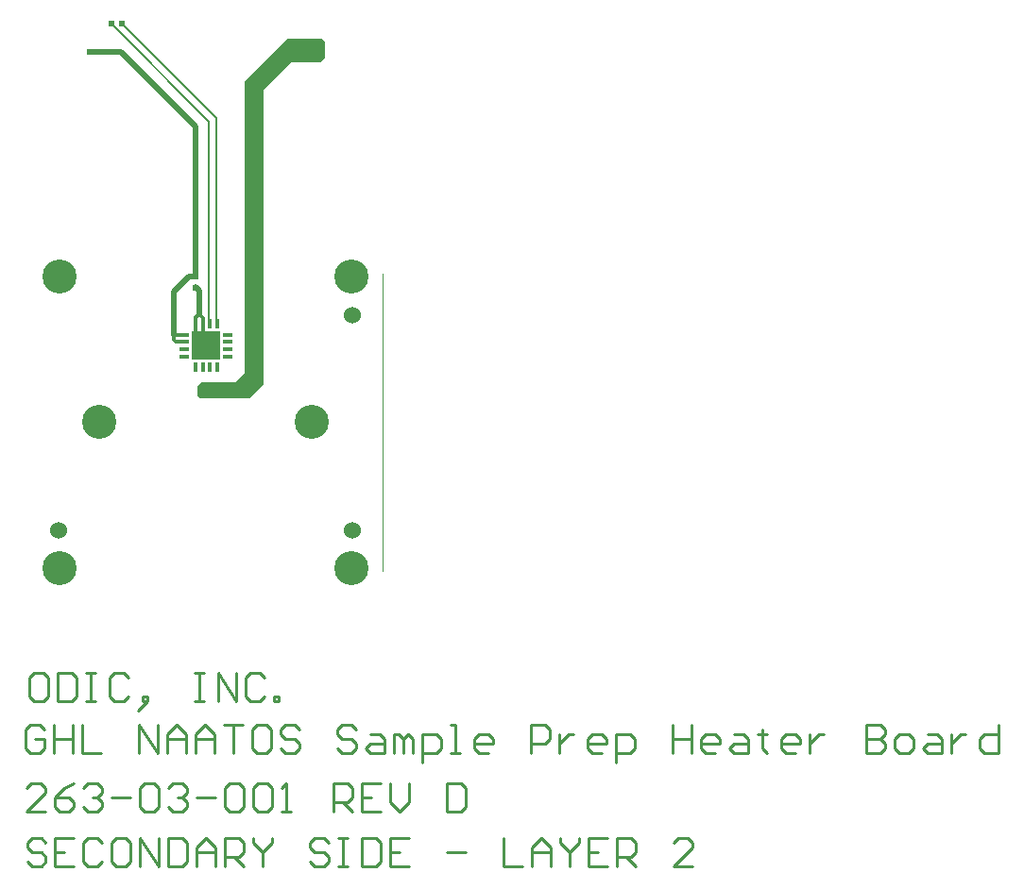
<source format=gbl>
G04*
G04 #@! TF.GenerationSoftware,Altium Limited,Altium Designer,24.9.1 (31)*
G04*
G04 Layer_Physical_Order=2*
G04 Layer_Color=16711680*
%FSLAX44Y44*%
%MOMM*%
G71*
G04*
G04 #@! TF.SameCoordinates,8DF27061-4A41-470E-9062-B82E270B293B*
G04*
G04*
G04 #@! TF.FilePolarity,Positive*
G04*
G01*
G75*
%ADD11C,0.2540*%
%ADD13C,0.0127*%
%ADD20C,1.5240*%
%ADD21C,0.2032*%
%ADD23C,3.0480*%
%ADD24C,0.6100*%
%ADD25C,0.6096*%
%ADD26R,0.3556X0.8128*%
%ADD27R,0.8128X0.3556*%
%ADD28R,2.5908X2.5908*%
%ADD29R,0.6000X0.6000*%
%ADD30C,0.5000*%
%ADD31C,0.3000*%
%ADD32C,0.3048*%
G36*
X266000Y500200D02*
Y486000D01*
X262000Y482000D01*
X236000D01*
X211000Y457000D01*
Y193000D01*
X198000Y180000D01*
X154000D01*
X151000Y183000D01*
X151000Y191000D01*
X155000Y195000D01*
X186000Y195000D01*
X194000Y203000D01*
Y464613D01*
X232387Y503000D01*
X263200D01*
X266000Y500200D01*
D02*
G37*
D11*
X15468Y-218570D02*
X11236Y-214338D01*
X2772D01*
X-1460Y-218570D01*
Y-222802D01*
X2772Y-227034D01*
X11236D01*
X15468Y-231266D01*
Y-235498D01*
X11236Y-239730D01*
X2772D01*
X-1460Y-235498D01*
X40860Y-214338D02*
X23932D01*
Y-239730D01*
X40860D01*
X23932Y-227034D02*
X32396D01*
X66252Y-218570D02*
X62020Y-214338D01*
X53556D01*
X49324Y-218570D01*
Y-235498D01*
X53556Y-239730D01*
X62020D01*
X66252Y-235498D01*
X87411Y-214338D02*
X78947D01*
X74715Y-218570D01*
Y-235498D01*
X78947Y-239730D01*
X87411D01*
X91643Y-235498D01*
Y-218570D01*
X87411Y-214338D01*
X100107Y-239730D02*
Y-214338D01*
X117035Y-239730D01*
Y-214338D01*
X125499D02*
Y-239730D01*
X138195D01*
X142427Y-235498D01*
Y-218570D01*
X138195Y-214338D01*
X125499D01*
X150891Y-239730D02*
Y-222802D01*
X159355Y-214338D01*
X167819Y-222802D01*
Y-239730D01*
Y-227034D01*
X150891D01*
X176283Y-239730D02*
Y-214338D01*
X188979D01*
X193210Y-218570D01*
Y-227034D01*
X188979Y-231266D01*
X176283D01*
X184746D02*
X193210Y-239730D01*
X201674Y-214338D02*
Y-218570D01*
X210138Y-227034D01*
X218602Y-218570D01*
Y-214338D01*
X210138Y-227034D02*
Y-239730D01*
X269386Y-218570D02*
X265154Y-214338D01*
X256690D01*
X252458Y-218570D01*
Y-222802D01*
X256690Y-227034D01*
X265154D01*
X269386Y-231266D01*
Y-235498D01*
X265154Y-239730D01*
X256690D01*
X252458Y-235498D01*
X277850Y-214338D02*
X286314D01*
X282082D01*
Y-239730D01*
X277850D01*
X286314D01*
X299010Y-214338D02*
Y-239730D01*
X311705D01*
X315937Y-235498D01*
Y-218570D01*
X311705Y-214338D01*
X299010D01*
X341329D02*
X324401D01*
Y-239730D01*
X341329D01*
X324401Y-227034D02*
X332865D01*
X375185D02*
X392113D01*
X425969Y-214338D02*
Y-239730D01*
X442896D01*
X451360D02*
Y-222802D01*
X459824Y-214338D01*
X468288Y-222802D01*
Y-239730D01*
Y-227034D01*
X451360D01*
X476752Y-214338D02*
Y-218570D01*
X485216Y-227034D01*
X493680Y-218570D01*
Y-214338D01*
X485216Y-227034D02*
Y-239730D01*
X519072Y-214338D02*
X502144D01*
Y-239730D01*
X519072D01*
X502144Y-227034D02*
X510608D01*
X527536Y-239730D02*
Y-214338D01*
X540232D01*
X544464Y-218570D01*
Y-227034D01*
X540232Y-231266D01*
X527536D01*
X536000D02*
X544464Y-239730D01*
X595247D02*
X578319D01*
X595247Y-222802D01*
Y-218570D01*
X591015Y-214338D01*
X582551D01*
X578319Y-218570D01*
X12982Y-65749D02*
X4518D01*
X287Y-69981D01*
Y-86909D01*
X4518Y-91141D01*
X12982D01*
X17214Y-86909D01*
Y-69981D01*
X12982Y-65749D01*
X25678D02*
Y-91141D01*
X38374D01*
X42606Y-86909D01*
Y-69981D01*
X38374Y-65749D01*
X25678D01*
X51070D02*
X59534D01*
X55302D01*
Y-91141D01*
X51070D01*
X59534D01*
X89158Y-69981D02*
X84926Y-65749D01*
X76462D01*
X72230Y-69981D01*
Y-86909D01*
X76462Y-91141D01*
X84926D01*
X89158Y-86909D01*
X101854Y-95372D02*
X106086Y-91141D01*
Y-86909D01*
X101854D01*
Y-91141D01*
X106086D01*
X101854Y-95372D01*
X97622Y-99605D01*
X148405Y-65749D02*
X156869D01*
X152637D01*
Y-91141D01*
X148405D01*
X156869D01*
X169565D02*
Y-65749D01*
X186493Y-91141D01*
Y-65749D01*
X211885Y-69981D02*
X207653Y-65749D01*
X199189D01*
X194957Y-69981D01*
Y-86909D01*
X199189Y-91141D01*
X207653D01*
X211885Y-86909D01*
X220349Y-91141D02*
Y-86909D01*
X224581D01*
Y-91141D01*
X220349D01*
X14468Y-117106D02*
X10236Y-112874D01*
X1772D01*
X-2460Y-117106D01*
Y-134034D01*
X1772Y-138266D01*
X10236D01*
X14468Y-134034D01*
Y-125570D01*
X6004D01*
X22932Y-112874D02*
Y-138266D01*
Y-125570D01*
X39860D01*
Y-112874D01*
Y-138266D01*
X48324Y-112874D02*
Y-138266D01*
X65251D01*
X99107D02*
Y-112874D01*
X116035Y-138266D01*
Y-112874D01*
X124499Y-138266D02*
Y-121338D01*
X132963Y-112874D01*
X141427Y-121338D01*
Y-138266D01*
Y-125570D01*
X124499D01*
X149891Y-138266D02*
Y-121338D01*
X158355Y-112874D01*
X166819Y-121338D01*
Y-138266D01*
Y-125570D01*
X149891D01*
X175283Y-112874D02*
X192210D01*
X183746D01*
Y-138266D01*
X213370Y-112874D02*
X204906D01*
X200674Y-117106D01*
Y-134034D01*
X204906Y-138266D01*
X213370D01*
X217602Y-134034D01*
Y-117106D01*
X213370Y-112874D01*
X242994Y-117106D02*
X238762Y-112874D01*
X230298D01*
X226066Y-117106D01*
Y-121338D01*
X230298Y-125570D01*
X238762D01*
X242994Y-129802D01*
Y-134034D01*
X238762Y-138266D01*
X230298D01*
X226066Y-134034D01*
X293778Y-117106D02*
X289546Y-112874D01*
X281082D01*
X276850Y-117106D01*
Y-121338D01*
X281082Y-125570D01*
X289546D01*
X293778Y-129802D01*
Y-134034D01*
X289546Y-138266D01*
X281082D01*
X276850Y-134034D01*
X306474Y-121338D02*
X314937D01*
X319169Y-125570D01*
Y-138266D01*
X306474D01*
X302242Y-134034D01*
X306474Y-129802D01*
X319169D01*
X327633Y-138266D02*
Y-121338D01*
X331865D01*
X336097Y-125570D01*
Y-138266D01*
Y-125570D01*
X340329Y-121338D01*
X344561Y-125570D01*
Y-138266D01*
X353025Y-146730D02*
Y-121338D01*
X365721D01*
X369953Y-125570D01*
Y-134034D01*
X365721Y-138266D01*
X353025D01*
X378417D02*
X386881D01*
X382649D01*
Y-112874D01*
X378417D01*
X412273Y-138266D02*
X403809D01*
X399577Y-134034D01*
Y-125570D01*
X403809Y-121338D01*
X412273D01*
X416505Y-125570D01*
Y-129802D01*
X399577D01*
X450360Y-138266D02*
Y-112874D01*
X463056D01*
X467288Y-117106D01*
Y-125570D01*
X463056Y-129802D01*
X450360D01*
X475752Y-121338D02*
Y-138266D01*
Y-129802D01*
X479984Y-125570D01*
X484216Y-121338D01*
X488448D01*
X513840Y-138266D02*
X505376D01*
X501144Y-134034D01*
Y-125570D01*
X505376Y-121338D01*
X513840D01*
X518072Y-125570D01*
Y-129802D01*
X501144D01*
X526536Y-146730D02*
Y-121338D01*
X539232D01*
X543464Y-125570D01*
Y-134034D01*
X539232Y-138266D01*
X526536D01*
X577319Y-112874D02*
Y-138266D01*
Y-125570D01*
X594247D01*
Y-112874D01*
Y-138266D01*
X615407D02*
X606943D01*
X602711Y-134034D01*
Y-125570D01*
X606943Y-121338D01*
X615407D01*
X619639Y-125570D01*
Y-129802D01*
X602711D01*
X632335Y-121338D02*
X640799D01*
X645031Y-125570D01*
Y-138266D01*
X632335D01*
X628103Y-134034D01*
X632335Y-129802D01*
X645031D01*
X657727Y-117106D02*
Y-121338D01*
X653495D01*
X661959D01*
X657727D01*
Y-134034D01*
X661959Y-138266D01*
X687350D02*
X678886D01*
X674655Y-134034D01*
Y-125570D01*
X678886Y-121338D01*
X687350D01*
X691582Y-125570D01*
Y-129802D01*
X674655D01*
X700046Y-121338D02*
Y-138266D01*
Y-129802D01*
X704278Y-125570D01*
X708510Y-121338D01*
X712742D01*
X750830Y-112874D02*
Y-138266D01*
X763526D01*
X767758Y-134034D01*
Y-129802D01*
X763526Y-125570D01*
X750830D01*
X763526D01*
X767758Y-121338D01*
Y-117106D01*
X763526Y-112874D01*
X750830D01*
X780454Y-138266D02*
X788918D01*
X793150Y-134034D01*
Y-125570D01*
X788918Y-121338D01*
X780454D01*
X776222Y-125570D01*
Y-134034D01*
X780454Y-138266D01*
X805845Y-121338D02*
X814309D01*
X818541Y-125570D01*
Y-138266D01*
X805845D01*
X801613Y-134034D01*
X805845Y-129802D01*
X818541D01*
X827005Y-121338D02*
Y-138266D01*
Y-129802D01*
X831237Y-125570D01*
X835469Y-121338D01*
X839701D01*
X869325Y-112874D02*
Y-138266D01*
X856629D01*
X852397Y-134034D01*
Y-125570D01*
X856629Y-121338D01*
X869325D01*
X14854Y-190348D02*
X-2074D01*
X14854Y-173421D01*
Y-169189D01*
X10622Y-164957D01*
X2158D01*
X-2074Y-169189D01*
X40246Y-164957D02*
X31782Y-169189D01*
X23318Y-177653D01*
Y-186117D01*
X27550Y-190348D01*
X36014D01*
X40246Y-186117D01*
Y-181885D01*
X36014Y-177653D01*
X23318D01*
X48710Y-169189D02*
X52942Y-164957D01*
X61406D01*
X65638Y-169189D01*
Y-173421D01*
X61406Y-177653D01*
X57174D01*
X61406D01*
X65638Y-181885D01*
Y-186117D01*
X61406Y-190348D01*
X52942D01*
X48710Y-186117D01*
X74102Y-177653D02*
X91030D01*
X99494Y-169189D02*
X103726Y-164957D01*
X112190D01*
X116422Y-169189D01*
Y-186117D01*
X112190Y-190348D01*
X103726D01*
X99494Y-186117D01*
Y-169189D01*
X124886D02*
X129117Y-164957D01*
X137581D01*
X141813Y-169189D01*
Y-173421D01*
X137581Y-177653D01*
X133349D01*
X137581D01*
X141813Y-181885D01*
Y-186117D01*
X137581Y-190348D01*
X129117D01*
X124886Y-186117D01*
X150277Y-177653D02*
X167205D01*
X175669Y-169189D02*
X179901Y-164957D01*
X188365D01*
X192597Y-169189D01*
Y-186117D01*
X188365Y-190348D01*
X179901D01*
X175669Y-186117D01*
Y-169189D01*
X201061D02*
X205293Y-164957D01*
X213757D01*
X217989Y-169189D01*
Y-186117D01*
X213757Y-190348D01*
X205293D01*
X201061Y-186117D01*
Y-169189D01*
X226453Y-190348D02*
X234917D01*
X230685D01*
Y-164957D01*
X226453Y-169189D01*
X273004Y-190348D02*
Y-164957D01*
X285700D01*
X289932Y-169189D01*
Y-177653D01*
X285700Y-181885D01*
X273004D01*
X281468D02*
X289932Y-190348D01*
X315324Y-164957D02*
X298396D01*
Y-190348D01*
X315324D01*
X298396Y-177653D02*
X306860D01*
X323788Y-164957D02*
Y-181885D01*
X332252Y-190348D01*
X340716Y-181885D01*
Y-164957D01*
X374571D02*
Y-190348D01*
X387267D01*
X391499Y-186117D01*
Y-169189D01*
X387267Y-164957D01*
X374571D01*
D13*
X317500Y25400D02*
Y292100D01*
D20*
X290000Y255000D02*
D03*
Y62000D02*
D03*
X27000D02*
D03*
D21*
X168308Y247813D02*
X169070Y247051D01*
X84000Y516000D02*
X168308Y431692D01*
Y247813D02*
Y431692D01*
X161808Y247813D02*
Y428192D01*
X74000Y516000D02*
X161808Y428192D01*
Y247813D02*
X162570Y247051D01*
D23*
X289560Y289560D02*
D03*
X27940D02*
D03*
X63500Y158750D02*
D03*
X254000D02*
D03*
X289560Y27940D02*
D03*
X27940D02*
D03*
D24*
X84000Y516000D02*
D03*
X74000D02*
D03*
X164000Y187000D02*
D03*
X155000D02*
D03*
X262000Y491000D02*
D03*
X254000D02*
D03*
X64000D02*
D03*
X55000D02*
D03*
D25*
X163130Y225080D02*
D03*
Y231430D02*
D03*
X154240D02*
D03*
Y225080D02*
D03*
D26*
X149570Y247051D02*
D03*
X156070D02*
D03*
X162570D02*
D03*
X169070D02*
D03*
Y208189D02*
D03*
X162570D02*
D03*
X156070D02*
D03*
X149570D02*
D03*
D27*
X178751Y237370D02*
D03*
Y230870D02*
D03*
Y224370D02*
D03*
Y217870D02*
D03*
X139889D02*
D03*
Y224370D02*
D03*
Y230870D02*
D03*
Y237370D02*
D03*
D28*
X159320Y227620D02*
D03*
D29*
X150000Y289600D02*
D03*
Y279600D02*
D03*
D30*
X55000Y491000D02*
X64000D01*
X83000D01*
X150000Y424000D01*
Y289600D02*
Y424000D01*
X149897Y289497D02*
X150000Y289600D01*
X130246Y237370D02*
Y276246D01*
X143497Y289497D01*
X149897D01*
X149500Y280000D02*
Y280100D01*
X152720Y276880D01*
Y255880D02*
Y276880D01*
D31*
X149570Y252730D02*
X152720Y255880D01*
X156070Y252530D01*
X149570Y247051D02*
Y252730D01*
X156070Y247051D02*
Y252530D01*
X154240Y231430D02*
X156070Y233260D01*
Y247051D01*
X149570Y236100D02*
X154240Y231430D01*
X149570Y236100D02*
Y247051D01*
D32*
X130246Y232656D02*
Y237370D01*
X139889D01*
X130246Y232656D02*
X132031Y230870D01*
X139889D01*
M02*

</source>
